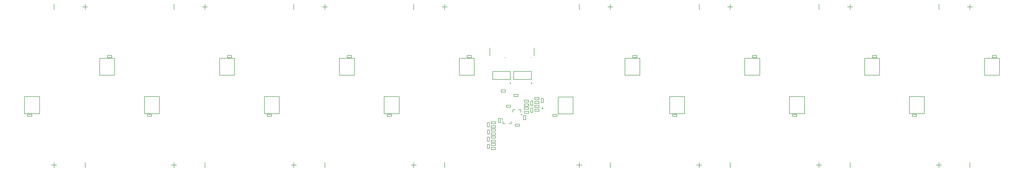
<source format=gbo>
G04*
G04 #@! TF.GenerationSoftware,Altium Limited,Altium Designer,19.0.15 (446)*
G04*
G04 Layer_Color=32896*
%FSLAX25Y25*%
%MOIN*%
G70*
G01*
G75*
%ADD10C,0.00600*%
%ADD11C,0.00984*%
%ADD13C,0.00591*%
%ADD14C,0.00787*%
D10*
X45400Y-34681D02*
Y-33894D01*
Y-33106D02*
Y-32319D01*
X44613Y-33106D02*
X46187D01*
X44613Y-33894D02*
X46187D01*
X685829Y-122441D02*
Y-114569D01*
X681890Y118502D02*
X689761D01*
X685825Y122438D02*
Y114566D01*
X639368Y122441D02*
Y114569D01*
X643307Y-118502D02*
X635436D01*
X639371Y-122438D02*
Y-114566D01*
X506301Y-122441D02*
Y-114569D01*
X502362Y118502D02*
X510234D01*
X506298Y122438D02*
Y114566D01*
X459841Y122441D02*
Y114569D01*
X463779Y-118502D02*
X455908D01*
X459844Y-122438D02*
Y-114566D01*
X326774Y-122441D02*
Y-114569D01*
X322835Y118502D02*
X330706D01*
X326770Y122438D02*
Y114566D01*
X280313Y122441D02*
Y114569D01*
X284252Y-118502D02*
X276380D01*
X280316Y-122438D02*
Y-114566D01*
X147246Y-122441D02*
Y-114569D01*
X143307Y118502D02*
X151179D01*
X147243Y122438D02*
Y114566D01*
X100786Y122441D02*
Y114569D01*
X104724Y-118502D02*
X96853D01*
X100789Y-122438D02*
Y-114566D01*
X-100786Y-122441D02*
Y-114569D01*
X-104724Y118502D02*
X-96853D01*
X-100789Y122438D02*
Y114566D01*
X-147246Y122441D02*
Y114569D01*
X-143307Y-118502D02*
X-151179D01*
X-147243Y-122438D02*
Y-114566D01*
X-280313Y-122441D02*
Y-114569D01*
X-284252Y118502D02*
X-276380D01*
X-280316Y122438D02*
Y114566D01*
X-326774Y122441D02*
Y114569D01*
X-322835Y-118502D02*
X-330706D01*
X-326770Y-122438D02*
Y-114566D01*
X-459841Y-122441D02*
Y-114569D01*
X-463779Y118502D02*
X-455908D01*
X-459844Y122438D02*
Y114566D01*
X-506301Y122441D02*
Y114569D01*
X-502362Y-118502D02*
X-510234D01*
X-506298Y-122438D02*
Y-114566D01*
X-639368Y-122441D02*
Y-114569D01*
X-643307Y118502D02*
X-635436D01*
X-639371Y122438D02*
Y114566D01*
X-685829Y122441D02*
Y114569D01*
X-681890Y-118502D02*
X-689761D01*
X-685825Y-122438D02*
Y-114566D01*
D11*
X-2067Y4232D02*
X-2805Y4659D01*
Y3806D01*
X-2067Y4232D01*
X29429D02*
X28691Y4659D01*
Y3806D01*
X29429Y4232D01*
X-14075Y-49213D02*
X-14813Y-48786D01*
Y-49639D01*
X-14075Y-49213D01*
X14665Y-42913D02*
X13927Y-42487D01*
Y-43340D01*
X14665Y-42913D01*
D13*
X-8661Y-31890D02*
Y-28740D01*
X-2362D01*
Y-31890D02*
Y-28740D01*
X-8661Y-31890D02*
X-2362D01*
X11024Y-60236D02*
Y-57087D01*
X4724Y-60236D02*
X11024D01*
X4724D02*
Y-57087D01*
X11024D01*
X2756Y-15745D02*
Y-12595D01*
X9055D01*
Y-15745D02*
Y-12595D01*
X2756Y-15745D02*
X9055D01*
X-9850Y-9075D02*
Y-5925D01*
X-16150Y-9075D02*
X-9850D01*
X-16150D02*
Y-5925D01*
X-9850D01*
X33071Y45276D02*
Y57087D01*
X-33071Y45276D02*
Y57087D01*
X-78972Y41618D02*
X-56531D01*
Y16028D02*
Y41618D01*
X-78972Y16028D02*
X-56531D01*
X-78972D02*
Y41618D01*
X20276Y-50478D02*
Y-44179D01*
X17126D02*
X20276D01*
X17126Y-50478D02*
Y-44179D01*
Y-50478D02*
X20276D01*
X-17183Y-54793D02*
Y-48493D01*
X-20333D02*
X-17183D01*
X-20333Y-54793D02*
Y-48493D01*
Y-54793D02*
X-17183D01*
X27953Y-33268D02*
X31102D01*
Y-39567D02*
Y-33268D01*
X27953Y-39567D02*
X31102D01*
X27953D02*
Y-33268D01*
Y-22441D02*
X31102D01*
Y-28740D02*
Y-22441D01*
X27953Y-28740D02*
X31102D01*
X27953D02*
Y-22441D01*
X24803Y-35039D02*
Y-31890D01*
X18504Y-35039D02*
X24803D01*
X18504D02*
Y-31890D01*
X24803D01*
X-31299Y-89173D02*
Y-86024D01*
X-25000D01*
Y-89173D02*
Y-86024D01*
X-31299Y-89173D02*
X-25000D01*
X40551Y-20276D02*
Y-17126D01*
X34252Y-20276D02*
X40551D01*
X34252D02*
Y-17126D01*
X40551D01*
X-31299Y-67520D02*
Y-64370D01*
X-25000D01*
Y-67520D02*
Y-64370D01*
X-31299Y-67520D02*
X-25000D01*
X-37008Y-82874D02*
X-33858D01*
X-37008D02*
Y-76575D01*
X-33858D01*
Y-82874D02*
Y-76575D01*
X-37008Y-72047D02*
X-33858D01*
X-37008D02*
Y-65748D01*
X-33858D01*
Y-72047D02*
Y-65748D01*
X-31299Y-56693D02*
Y-53543D01*
X-25000D01*
Y-56693D02*
Y-53543D01*
X-31299Y-56693D02*
X-25000D01*
X24803Y-40945D02*
Y-37795D01*
X18504Y-40945D02*
X24803D01*
X18504D02*
Y-37795D01*
X24803D01*
X-31299Y-73425D02*
Y-70276D01*
X-25000D01*
Y-73425D02*
Y-70276D01*
X-31299Y-73425D02*
X-25000D01*
X24803Y-24213D02*
Y-21063D01*
X18504Y-24213D02*
X24803D01*
X18504D02*
Y-21063D01*
X24803D01*
X-37008Y-93701D02*
X-33858D01*
X-37008D02*
Y-87402D01*
X-33858D01*
Y-93701D02*
Y-87402D01*
X-31299Y-78347D02*
Y-75197D01*
X-25000D01*
Y-78347D02*
Y-75197D01*
X-31299Y-78347D02*
X-25000D01*
X43701Y-18504D02*
X46850D01*
X43701Y-24803D02*
Y-18504D01*
X46850Y-24803D02*
Y-18504D01*
X43701Y-24803D02*
X46850D01*
X40551Y-32087D02*
Y-28937D01*
X34252Y-32087D02*
X40551D01*
X34252D02*
Y-28937D01*
X40551D01*
X-37008Y-61221D02*
X-33858D01*
X-37008D02*
Y-54921D01*
X-33858D01*
Y-61221D02*
Y-54921D01*
X24803Y-30118D02*
Y-26969D01*
X18504Y-30118D02*
X24803D01*
X18504D02*
Y-26969D01*
X24803D01*
X-31299Y-95079D02*
Y-91929D01*
X-25000D01*
Y-95079D02*
Y-91929D01*
X-31299Y-95079D02*
X-25000D01*
X-31299Y-84252D02*
Y-81102D01*
X-25000D01*
Y-84252D02*
Y-81102D01*
X-31299Y-84252D02*
X-25000D01*
X40551Y-26181D02*
Y-23031D01*
X34252Y-26181D02*
X40551D01*
X34252D02*
Y-23031D01*
X40551D01*
Y-37992D02*
Y-34843D01*
X34252Y-37992D02*
X40551D01*
X34252D02*
Y-34843D01*
X40551D01*
X-31299Y-62598D02*
Y-59449D01*
X-25000D01*
Y-62598D02*
Y-59449D01*
X-31299Y-62598D02*
X-25000D01*
X599606Y-45669D02*
Y-42520D01*
X605905D01*
Y-45669D02*
Y-42520D01*
X599606Y-45669D02*
X605905D01*
X420079D02*
Y-42520D01*
X426378D01*
Y-45669D02*
Y-42520D01*
X420079Y-45669D02*
X426378D01*
X240551D02*
Y-42520D01*
X246850D01*
Y-45669D02*
Y-42520D01*
X240551Y-45669D02*
X246850D01*
X61024D02*
Y-42520D01*
X67323D01*
Y-45669D02*
Y-42520D01*
X61024Y-45669D02*
X67323D01*
X725591Y42520D02*
Y45669D01*
X719291Y42520D02*
X725591D01*
X719291D02*
Y45669D01*
X725591D01*
X546063Y42520D02*
Y45669D01*
X539764Y42520D02*
X546063D01*
X539764D02*
Y45669D01*
X546063D01*
X366535Y42520D02*
Y45669D01*
X360236Y42520D02*
X366535D01*
X360236D02*
Y45669D01*
X366535D01*
X187008Y42520D02*
Y45669D01*
X180709Y42520D02*
X187008D01*
X180709D02*
Y45669D01*
X187008D01*
X-61024Y42520D02*
Y45669D01*
X-67323Y42520D02*
X-61024D01*
X-67323D02*
Y45669D01*
X-61024D01*
X-240551Y42520D02*
Y45669D01*
X-246850Y42520D02*
X-240551D01*
X-246850D02*
Y45669D01*
X-240551D01*
X-420079Y42520D02*
Y45669D01*
X-426378Y42520D02*
X-420079D01*
X-426378D02*
Y45669D01*
X-420079D01*
X-187008Y-45669D02*
Y-42520D01*
X-180709D01*
Y-45669D02*
Y-42520D01*
X-187008Y-45669D02*
X-180709D01*
X-366535D02*
Y-42520D01*
X-360236D01*
Y-45669D02*
Y-42520D01*
X-366535Y-45669D02*
X-360236D01*
X-546063D02*
Y-42520D01*
X-539764D01*
Y-45669D02*
Y-42520D01*
X-546063Y-45669D02*
X-539764D01*
X-599606Y42520D02*
Y45669D01*
X-605905Y42520D02*
X-599606D01*
X-605905D02*
Y45669D01*
X-599606D01*
X-730083Y-41618D02*
X-707642D01*
X-730083D02*
Y-16028D01*
X-707642D01*
Y-41618D02*
Y-16028D01*
X-725591Y-45669D02*
Y-42520D01*
X-719291D01*
Y-45669D02*
Y-42520D01*
X-725591Y-45669D02*
X-719291D01*
X91571Y-42012D02*
Y-16422D01*
X69130D02*
X91571D01*
X69130Y-42012D02*
Y-16422D01*
Y-42012D02*
X91571D01*
X617555Y-41618D02*
Y-16028D01*
X595114D02*
X617555D01*
X595114Y-41618D02*
Y-16028D01*
Y-41618D02*
X617555D01*
X258500D02*
Y-16028D01*
X236059D02*
X258500D01*
X236059Y-41618D02*
Y-16028D01*
Y-41618D02*
X258500D01*
X438027D02*
Y-16028D01*
X415586D02*
X438027D01*
X415586Y-41618D02*
Y-16028D01*
Y-41618D02*
X438027D01*
X528115Y16028D02*
Y41618D01*
Y16028D02*
X550556D01*
Y41618D01*
X528115D02*
X550556D01*
X348587Y16028D02*
Y41618D01*
Y16028D02*
X371028D01*
Y41618D01*
X348587D02*
X371028D01*
X169060Y16028D02*
Y41618D01*
Y16028D02*
X191500D01*
Y41618D01*
X169060D02*
X191500D01*
X707642Y16028D02*
Y41618D01*
Y16028D02*
X730083D01*
Y41618D01*
X707642D02*
X730083D01*
X-258500Y16028D02*
Y41618D01*
Y16028D02*
X-236059D01*
Y41618D01*
X-258500D02*
X-236059D01*
X-438027Y16028D02*
Y41618D01*
Y16028D02*
X-415586D01*
Y41618D01*
X-438027D02*
X-415586D01*
X-169060Y-41618D02*
Y-16028D01*
X-191500D02*
X-169060D01*
X-191500Y-41618D02*
Y-16028D01*
Y-41618D02*
X-169060D01*
X-348587D02*
Y-16028D01*
X-371028D02*
X-348587D01*
X-371028Y-41618D02*
Y-16028D01*
Y-41618D02*
X-348587D01*
X-528115D02*
Y-16028D01*
X-550556D02*
X-528115D01*
X-550556Y-41618D02*
Y-16028D01*
Y-41618D02*
X-528115D01*
X-617555Y16028D02*
Y41618D01*
Y16028D02*
X-595114D01*
Y41618D01*
X-617555D02*
X-595114D01*
D14*
X29134Y42323D02*
X28346D01*
X29134D01*
X-10236D02*
X-11024D01*
X-10236D01*
X-28937Y9646D02*
Y21850D01*
X-2559Y9646D02*
Y21850D01*
X-28937D02*
X-2559D01*
X-28937Y9646D02*
X-2559D01*
X2559D02*
Y21850D01*
X28937Y9646D02*
Y21850D01*
X2559D02*
X28937D01*
X2559Y9646D02*
X28937D01*
X-4724Y-56693D02*
X-1378D01*
Y-52756D01*
X-13583Y-56693D02*
X-10236D01*
X-13583D02*
Y-52756D01*
X984Y-35433D02*
X4331D01*
X984Y-39370D02*
Y-35433D01*
X9843D02*
X13189D01*
Y-39370D02*
Y-35433D01*
M02*

</source>
